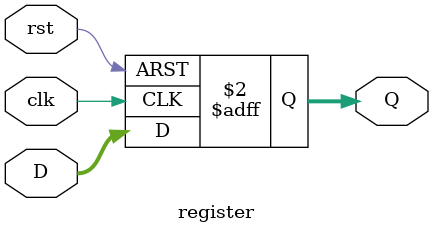
<source format=sv>
module register #(parameter N=8) (input logic clk, rst,
											 input logic [N-1:0] D,
											 output logic [N-1:0] Q);


always_ff @(negedge clk or posedge rst) begin
	
	if (rst) begin 
		Q = 8'h00;
	end else begin
		Q = D;
	end
	
end

endmodule

</source>
